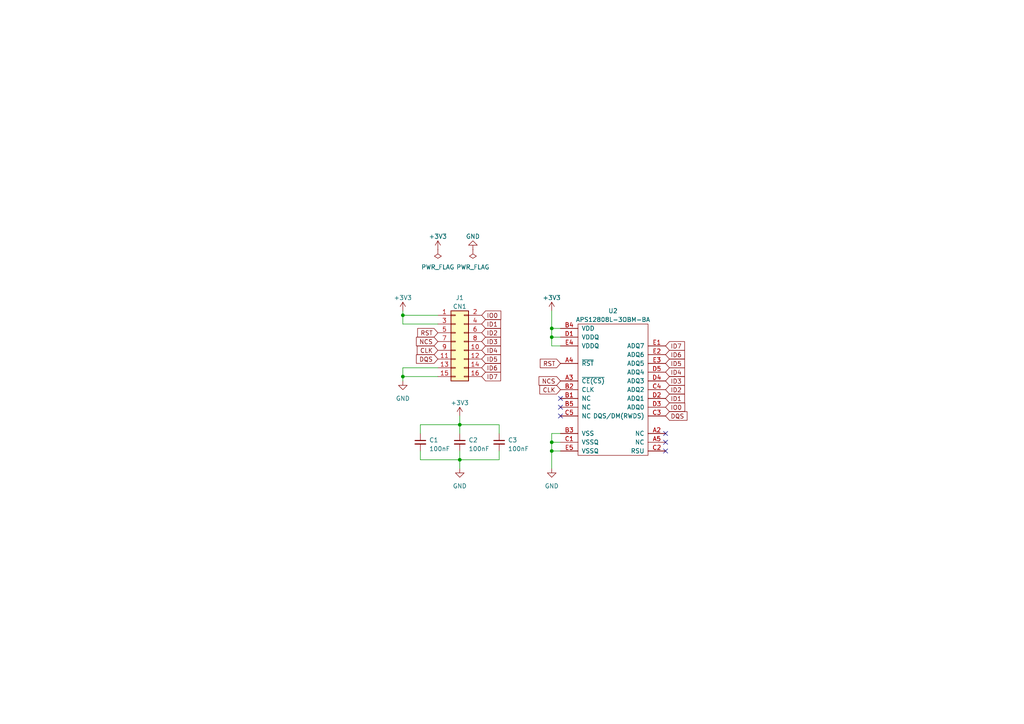
<source format=kicad_sch>
(kicad_sch (version 20230121) (generator eeschema)
  (paper "A4")
  (lib_symbols
    (symbol "APS12808L-3OBM-BA_1" (pin_names (offset 1.016))
      (property "Reference" "U1" (at 0 23.622 0))
      (property "Value" "APS12808L-3OBM-BA" (at 0 21.2598 0))
      (symbol "APS12808L-3OBM-BA_1_0_1"
        (rectangle (start -10.16 19.05) (end 10.16 -19.05))
      )
      (symbol "APS12808L-3OBM-BA_1_1_1"
        (pin passive line (at 15.24 -12.7 180) (length 5.08) (name "NC") (number "A2"))
        (pin input line (at -15.24 2.54 0) (length 5.08) (name "~{CE(CS)}") (number "A3"))
        (pin input line (at -15.24 7.62 0) (length 5.08) (name "~{RST}") (number "A4"))
        (pin passive line (at 15.24 -15.24 180) (length 5.08) (name "NC") (number "A5"))
        (pin passive line (at -15.24 -2.54 0) (length 5.08) (name "NC") (number "B1"))
        (pin input line (at -15.24 0 0) (length 5.08) (name "CLK") (number "B2"))
        (pin power_in line (at -15.24 -12.7 0) (length 5.08) (name "VSS") (number "B3"))
        (pin power_in line (at -15.24 17.78 0) (length 5.08) (name "VDD") (number "B4"))
        (pin passive line (at -15.24 -5.08 0) (length 5.08) (name "NC") (number "B5"))
        (pin power_in line (at -15.24 -15.24 0) (length 5.08) (name "VSSQ") (number "C1"))
        (pin passive line (at 15.24 -17.78 180) (length 5.08) (name "RSU") (number "C2"))
        (pin bidirectional line (at 15.24 -7.62 180) (length 5.08) (name "DQS/DM(RWDS)") (number "C3"))
        (pin bidirectional line (at 15.24 0 180) (length 5.08) (name "ADQ2") (number "C4"))
        (pin passive line (at -15.24 -7.62 0) (length 5.08) (name "NC") (number "C5"))
        (pin power_in line (at -15.24 15.24 0) (length 5.08) (name "VDDQ") (number "D1"))
        (pin bidirectional line (at 15.24 -2.54 180) (length 5.08) (name "ADQ1") (number "D2"))
        (pin bidirectional line (at 15.24 -5.08 180) (length 5.08) (name "ADQ0") (number "D3"))
        (pin bidirectional line (at 15.24 2.54 180) (length 5.08) (name "ADQ3") (number "D4"))
        (pin bidirectional line (at 15.24 5.08 180) (length 5.08) (name "ADQ4") (number "D5"))
        (pin bidirectional line (at 15.24 12.7 180) (length 5.08) (name "ADQ7") (number "E1"))
        (pin bidirectional line (at 15.24 10.16 180) (length 5.08) (name "ADQ6") (number "E2"))
        (pin bidirectional line (at 15.24 7.62 180) (length 5.08) (name "ADQ5") (number "E3"))
        (pin power_in line (at -15.24 12.7 0) (length 5.08) (name "VDDQ") (number "E4"))
        (pin power_in line (at -15.24 -17.78 0) (length 5.08) (name "VSSQ") (number "E5"))
      )
    )
    (symbol "Connector_Generic:Conn_02x08_Odd_Even" (pin_names (offset 1.016) hide)
      (property "Reference" "J" (at 1.27 10.16 0))
      (property "Value" "Conn_02x08_Odd_Even" (at 1.27 -12.7 0))
      (symbol "Conn_02x08_Odd_Even_1_1"
        (rectangle (start -1.27 -10.033) (end 0 -10.287) (stroke (width 0.1524)))
        (rectangle (start -1.27 -7.493) (end 0 -7.747) (stroke (width 0.1524)))
        (rectangle (start -1.27 -4.953) (end 0 -5.207) (stroke (width 0.1524)))
        (rectangle (start -1.27 -2.413) (end 0 -2.667) (stroke (width 0.1524)))
        (rectangle (start -1.27 0.127) (end 0 -0.127) (stroke (width 0.1524)))
        (rectangle (start -1.27 2.667) (end 0 2.413) (stroke (width 0.1524)))
        (rectangle (start -1.27 5.207) (end 0 4.953) (stroke (width 0.1524)))
        (rectangle (start -1.27 7.747) (end 0 7.493) (stroke (width 0.1524)))
        (rectangle (start -1.27 8.89) (end 3.81 -11.43) (stroke (width 0.254)) (fill (type background)))
        (rectangle (start 3.81 -10.033) (end 2.54 -10.287) (stroke (width 0.1524)))
        (rectangle (start 3.81 -7.493) (end 2.54 -7.747) (stroke (width 0.1524)))
        (rectangle (start 3.81 -4.953) (end 2.54 -5.207) (stroke (width 0.1524)))
        (rectangle (start 3.81 -2.413) (end 2.54 -2.667) (stroke (width 0.1524)))
        (rectangle (start 3.81 0.127) (end 2.54 -0.127) (stroke (width 0.1524)))
        (rectangle (start 3.81 2.667) (end 2.54 2.413) (stroke (width 0.1524)))
        (rectangle (start 3.81 5.207) (end 2.54 4.953) (stroke (width 0.1524)))
        (rectangle (start 3.81 7.747) (end 2.54 7.493) (stroke (width 0.1524)))
        (pin passive line (at -5.08 7.62 0) (length 3.81) (name "Pin_1") (number "1"))
        (pin passive line (at 7.62 -2.54 180) (length 3.81) (name "Pin_10") (number "10"))
        (pin passive line (at -5.08 -5.08 0) (length 3.81) (name "Pin_11") (number "11"))
        (pin passive line (at 7.62 -5.08 180) (length 3.81) (name "Pin_12") (number "12"))
        (pin passive line (at -5.08 -7.62 0) (length 3.81) (name "Pin_13") (number "13"))
        (pin passive line (at 7.62 -7.62 180) (length 3.81) (name "Pin_14") (number "14"))
        (pin passive line (at -5.08 -10.16 0) (length 3.81) (name "Pin_15") (number "15"))
        (pin passive line (at 7.62 -10.16 180) (length 3.81) (name "Pin_16") (number "16"))
        (pin passive line (at 7.62 7.62 180) (length 3.81) (name "Pin_2") (number "2"))
        (pin passive line (at -5.08 5.08 0) (length 3.81) (name "Pin_3") (number "3"))
        (pin passive line (at 7.62 5.08 180) (length 3.81) (name "Pin_4") (number "4"))
        (pin passive line (at -5.08 2.54 0) (length 3.81) (name "Pin_5") (number "5"))
        (pin passive line (at 7.62 2.54 180) (length 3.81) (name "Pin_6") (number "6"))
        (pin passive line (at -5.08 0 0) (length 3.81) (name "Pin_7") (number "7"))
        (pin passive line (at 7.62 0 180) (length 3.81) (name "Pin_8") (number "8"))
        (pin passive line (at -5.08 -2.54 0) (length 3.81) (name "Pin_9") (number "9"))
      )
    )
    (symbol "Device:C_Small" (pin_numbers hide) (pin_names (offset 0.254) hide)
      (property "Reference" "C" (at 0.254 1.778 0))
      (property "Value" "C_Small" (at 0.254 -2.032 0))
      (symbol "C_Small_0_1"
        (polyline (pts (xy -1.524 -0.508) (xy 1.524 -0.508)) (stroke (width 0.3302)))
        (polyline (pts (xy -1.524 0.508) (xy 1.524 0.508)) (stroke (width 0.3048)))
      )
      (symbol "C_Small_1_1"
        (pin passive line (at 0 2.54 270) (length 2.032) (name "~") (number "1"))
        (pin passive line (at 0 -2.54 90) (length 2.032) (name "~") (number "2"))
      )
    )
    (symbol "power:+3V3" (power) (pin_names (offset 0))
      (property "Value" "+3V3" (at 0 3.556 0))
      (symbol "+3V3_0_1"
        (polyline (pts (xy -0.762 1.27) (xy 0 2.54)))
        (polyline (pts (xy 0 0) (xy 0 2.54)))
        (polyline (pts (xy 0 2.54) (xy 0.762 1.27)))
      )
      (symbol "+3V3_1_1"
        (pin power_in line (at 0 0 90) (length 0) hide (name "+3V3") (number "1"))
      )
    )
    (symbol "power:GND" (power) (pin_names (offset 0))
      (property "Value" "GND" (at 0 -3.81 0))
      (symbol "GND_0_1"
        (polyline (pts (xy 0 0) (xy 0 -1.27) (xy 1.27 -1.27) (xy 0 -2.54) (xy -1.27 -1.27) (xy 0 -1.27)))
      )
      (symbol "GND_1_1"
        (pin power_in line (at 0 0 270) (length 0) hide (name "GND") (number "1"))
      )
    )
    (symbol "power:PWR_FLAG" (power) (pin_numbers hide) (pin_names (offset 0) hide)
      (property "Value" "PWR_FLAG" (at 0 3.81 0))
      (symbol "PWR_FLAG_0_0"
        (pin power_out line (at 0 0 90) (length 0) (name "pwr") (number "1"))
      )
      (symbol "PWR_FLAG_0_1"
        (polyline (pts (xy 0 0) (xy 0 1.27) (xy -1.016 1.905) (xy 0 2.54) (xy 1.016 1.905) (xy 0 1.27)))
      )
    )
  )
  (junction (at 160.02 97.79))
  (junction (at 116.84 91.44))
  (junction (at 160.02 128.27))
  (junction (at 133.35 123.19))
  (junction (at 160.02 130.81))
  (junction (at 133.35 133.35))
  (junction (at 160.02 95.25))
  (junction (at 116.84 109.22))
  (no_connect (at 193.04 125.73))
  (no_connect (at 193.04 130.81))
  (no_connect (at 193.04 128.27))
  (no_connect (at 162.56 115.57))
  (no_connect (at 162.56 118.11))
  (no_connect (at 162.56 120.65))
  (wire (pts (xy 116.84 90.17) (xy 116.84 91.44)))
  (wire (pts (xy 160.02 125.73) (xy 160.02 128.27)))
  (wire (pts (xy 133.35 133.35) (xy 133.35 135.89)))
  (wire (pts (xy 144.78 125.73) (xy 144.78 123.19)))
  (wire (pts (xy 133.35 125.73) (xy 133.35 123.19)))
  (wire (pts (xy 121.92 133.35) (xy 133.35 133.35)))
  (wire (pts (xy 116.84 109.22) (xy 127 109.22)))
  (wire (pts (xy 133.35 130.81) (xy 133.35 133.35)))
  (wire (pts (xy 116.84 91.44) (xy 116.84 93.98)))
  (wire (pts (xy 144.78 130.81) (xy 144.78 133.35)))
  (wire (pts (xy 121.92 125.73) (xy 121.92 123.19)))
  (wire (pts (xy 160.02 97.79) (xy 162.56 97.79)))
  (wire (pts (xy 160.02 130.81) (xy 160.02 135.89)))
  (wire (pts (xy 160.02 128.27) (xy 162.56 128.27)))
  (wire (pts (xy 116.84 109.22) (xy 116.84 106.68)))
  (wire (pts (xy 160.02 128.27) (xy 160.02 130.81)))
  (wire (pts (xy 160.02 90.17) (xy 160.02 95.25)))
  (wire (pts (xy 116.84 110.49) (xy 116.84 109.22)))
  (wire (pts (xy 160.02 97.79) (xy 160.02 95.25)))
  (wire (pts (xy 144.78 133.35) (xy 133.35 133.35)))
  (wire (pts (xy 144.78 123.19) (xy 133.35 123.19)))
  (wire (pts (xy 116.84 91.44) (xy 127 91.44)))
  (wire (pts (xy 162.56 125.73) (xy 160.02 125.73)))
  (wire (pts (xy 121.92 123.19) (xy 133.35 123.19)))
  (wire (pts (xy 162.56 100.33) (xy 160.02 100.33)))
  (wire (pts (xy 133.35 123.19) (xy 133.35 120.65)))
  (wire (pts (xy 116.84 93.98) (xy 127 93.98)))
  (wire (pts (xy 160.02 130.81) (xy 162.56 130.81)))
  (wire (pts (xy 160.02 100.33) (xy 160.02 97.79)))
  (wire (pts (xy 116.84 106.68) (xy 127 106.68)))
  (wire (pts (xy 160.02 95.25) (xy 162.56 95.25)))
  (wire (pts (xy 121.92 130.81) (xy 121.92 133.35)))
  (global_label "CLK" (shape input) (at 127 101.6 180) (property "Intersheetrefs" "${INTERSHEET_REFS}" (effects hide)))
  (global_label "ID3" (shape input) (at 139.7 99.06 0) (property "Intersheetrefs" "${INTERSHEET_REFS}" (effects hide)))
  (global_label "ID2" (shape input) (at 193.04 113.03 0) (property "Intersheetrefs" "${INTERSHEET_REFS}" (effects hide)))
  (global_label "NCS" (shape input) (at 162.56 110.49 180) (property "Intersheetrefs" "${INTERSHEET_REFS}" (effects hide)))
  (global_label "NCS" (shape input) (at 127 99.06 180) (property "Intersheetrefs" "${INTERSHEET_REFS}" (effects hide)))
  (global_label "ID7" (shape input) (at 139.7 109.22 0) (property "Intersheetrefs" "${INTERSHEET_REFS}" (effects hide)))
  (global_label "ID1" (shape input) (at 193.04 115.57 0) (property "Intersheetrefs" "${INTERSHEET_REFS}" (effects hide)))
  (global_label "DQS" (shape input) (at 193.04 120.65 0) (property "Intersheetrefs" "${INTERSHEET_REFS}" (effects hide)))
  (global_label "ID5" (shape input) (at 139.7 104.14 0) (property "Intersheetrefs" "${INTERSHEET_REFS}" (effects hide)))
  (global_label "ID3" (shape input) (at 193.04 110.49 0) (property "Intersheetrefs" "${INTERSHEET_REFS}" (effects hide)))
  (global_label "ID2" (shape input) (at 139.7 96.52 0) (property "Intersheetrefs" "${INTERSHEET_REFS}" (effects hide)))
  (global_label "IO0" (shape input) (at 193.04 118.11 0) (property "Intersheetrefs" "${INTERSHEET_REFS}" (effects hide)))
  (global_label "IO0" (shape input) (at 139.7 91.44 0) (property "Intersheetrefs" "${INTERSHEET_REFS}" (effects hide)))
  (global_label "ID6" (shape input) (at 139.7 106.68 0) (property "Intersheetrefs" "${INTERSHEET_REFS}" (effects hide)))
  (global_label "ID1" (shape input) (at 139.7 93.98 0) (property "Intersheetrefs" "${INTERSHEET_REFS}" (effects hide)))
  (global_label "DQS" (shape input) (at 127 104.14 180) (property "Intersheetrefs" "${INTERSHEET_REFS}" (effects hide)))
  (global_label "ID6" (shape input) (at 193.04 102.87 0) (property "Intersheetrefs" "${INTERSHEET_REFS}" (effects hide)))
  (global_label "CLK" (shape input) (at 162.56 113.03 180) (property "Intersheetrefs" "${INTERSHEET_REFS}" (effects hide)))
  (global_label "ID5" (shape input) (at 193.04 105.41 0) (property "Intersheetrefs" "${INTERSHEET_REFS}" (effects hide)))
  (global_label "ID7" (shape input) (at 193.04 100.33 0) (property "Intersheetrefs" "${INTERSHEET_REFS}" (effects hide)))
  (global_label "RST" (shape input) (at 162.56 105.41 180) (property "Intersheetrefs" "${INTERSHEET_REFS}" (effects hide)))
  (global_label "RST" (shape input) (at 127 96.52 180) (property "Intersheetrefs" "${INTERSHEET_REFS}" (effects hide)))
  (global_label "ID4" (shape input) (at 193.04 107.95 0) (property "Intersheetrefs" "${INTERSHEET_REFS}" (effects hide)))
  (global_label "ID4" (shape input) (at 139.7 101.6 0) (property "Intersheetrefs" "${INTERSHEET_REFS}" (effects hide)))
  (symbol (lib_id "power:GND") (at 116.84 110.49 0) (unit 1)
    (property "Reference" "#PWR06" (effects hide))
    (property "Value" "GND" (at 116.84 115.57 0))
  )
  (symbol (lib_id "power:+3V3") (at 133.35 120.65 0) (unit 1)
    (property "Reference" "#PWR04" (effects hide))
    (property "Value" "+3V3" (at 133.35 116.84 0))
  )
  (symbol (lib_id "power:GND") (at 137.16 72.39 180) (unit 1)
    (property "Reference" "#PWR08" (effects hide))
    (property "Value" "GND" (at 137.16 68.58 0))
  )
  (symbol (lib_id "Device:C_Small") (at 121.92 128.27 0) (unit 1)
    (property "Reference" "C1" (at 124.46 127.6413 0) (effects (justify left)))
    (property "Value" "100nF" (at 124.46 130.1813 0) (effects (justify left)))
    (property "Footprint" "Capacitor_SMD:C_0402_1005Metric" (effects hide))
  )
  (symbol (lib_id "Connector_Generic:Conn_02x08_Odd_Even") (at 132.08 99.06 0) (unit 1)
    (property "Reference" "J1" (at 133.35 86.36 0))
    (property "Value" "CN1" (at 133.35 88.9 0))
    (property "Footprint" "Connector_PinSocket_2.54mm:PinSocket_2x08_P2.54mm_Vertical" (effects hide))
  )
  (symbol (lib_id "power:+3V3") (at 160.02 90.17 0) (unit 1)
    (property "Reference" "#PWR02" (effects hide))
    (property "Value" "+3V3" (at 160.02 86.36 0))
  )
  (symbol (lib_id "power:PWR_FLAG") (at 127 72.39 180) (unit 1)
    (property "Reference" "#FLG01" (effects hide))
    (property "Value" "PWR_FLAG" (at 127 77.47 0))
  )
  (symbol (lib_id "power:GND") (at 160.02 135.89 0) (unit 1)
    (property "Reference" "#PWR01" (effects hide))
    (property "Value" "GND" (at 160.02 140.97 0))
  )
  (symbol (lib_name "APS12808L-3OBM-BA_1") (lib_id "KLST_PANDA:APS12808L-3OBM-BA") (at 177.8 113.03 0) (unit 1)
    (property "Reference" "U2" (at 177.8 90.17 0))
    (property "Value" "APS12808L-3OBM-BA" (at 177.8 92.71 0))
    (property "Footprint" "KLST:APS12808L-3OBM-BA" (effects hide))
    (property "Datasheet" "https://www.apmemory.com/wp-content/uploads/APM_PSRAM_OPI_Xccela-APS12808L-3OBMx-v1.1b-PKG.pdf" (effects hide))
    (property "Source" "ANY" (effects hide))
  )
  (symbol (lib_id "Device:C_Small") (at 133.35 128.27 0) (unit 1)
    (property "Reference" "C2" (at 135.89 127.6413 0) (effects (justify left)))
    (property "Value" "100nF" (at 135.89 130.1813 0) (effects (justify left)))
    (property "Footprint" "Capacitor_SMD:C_0402_1005Metric" (effects hide))
  )
  (symbol (lib_id "power:+3V3") (at 127 72.39 0) (unit 1)
    (property "Reference" "#PWR07" (effects hide))
    (property "Value" "+3V3" (at 127 68.58 0))
  )
  (symbol (lib_id "Device:C_Small") (at 144.78 128.27 0) (unit 1)
    (property "Reference" "C3" (at 147.32 127.6413 0) (effects (justify left)))
    (property "Value" "100nF" (at 147.32 130.1813 0) (effects (justify left)))
    (property "Footprint" "Capacitor_SMD:C_0402_1005Metric" (effects hide))
  )
  (symbol (lib_id "power:GND") (at 133.35 135.89 0) (unit 1)
    (property "Reference" "#PWR03" (effects hide))
    (property "Value" "GND" (at 133.35 140.97 0))
  )
  (symbol (lib_id "power:PWR_FLAG") (at 137.16 72.39 180) (unit 1)
    (property "Reference" "#FLG02" (effects hide))
    (property "Value" "PWR_FLAG" (at 137.16 77.47 0))
  )
  (symbol (lib_id "power:+3V3") (at 116.84 90.17 0) (unit 1)
    (property "Reference" "#PWR05" (effects hide))
    (property "Value" "+3V3" (at 116.84 86.36 0))
  )
)
</source>
